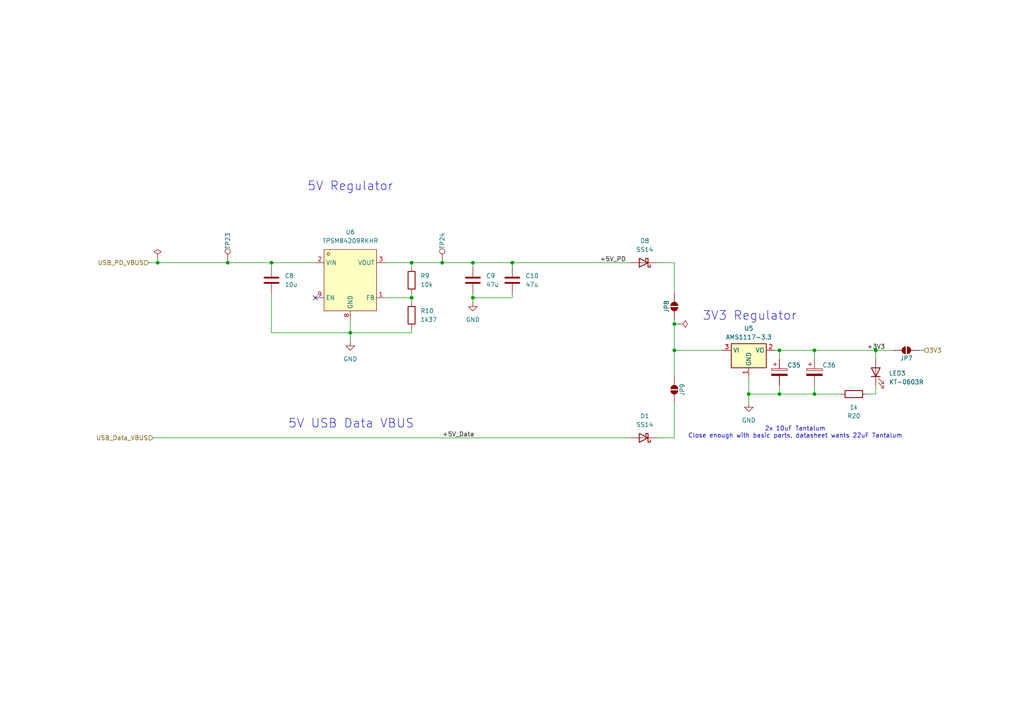
<source format=kicad_sch>
(kicad_sch (version 20250114) (generator "eeschema") (generator_version "9.0")
  (paper "A4")
  (title_block (title "FOCEars") (date "2025-12-05") (rev "A") (company "KaironSaber"))
  (lib_symbols
    (symbol "Connector:TestPoint" (pin_numbers (hide yes)) (pin_names (offset 0.762) (hide yes))
      (property "Reference" "TP" (at 0 6.858 0))
      (property "Value" "TestPoint" (at 0 5.08 0))
      (symbol "TestPoint_0_1"
        (circle (center 0 3.302) (radius 0.762))
      )
      (symbol "TestPoint_1_1"
        (pin passive line (at 0 0 90) (length 2.54) (name "1") (number "1"))
      )
    )
    (symbol "Device:C" (pin_numbers (hide yes)) (pin_names (offset 0.254))
      (property "Reference" "C" (at 0.635 2.54 0))
      (property "Value" "C" (at 0.635 -2.54 0))
      (symbol "C_0_1"
        (polyline (pts (xy -2.032 0.762) (xy 2.032 0.762)) (stroke (width 0.508)))
        (polyline (pts (xy -2.032 -0.762) (xy 2.032 -0.762)) (stroke (width 0.508)))
      )
      (symbol "C_1_1"
        (pin passive line (at 0 3.81 270) (length 2.794) (name "~") (number "1"))
        (pin passive line (at 0 -3.81 90) (length 2.794) (name "~") (number "2"))
      )
    )
    (symbol "Device:R" (pin_numbers (hide yes)) (pin_names (offset 0))
      (property "Reference" "R" (at 2.032 0 90))
      (property "Value" "R" (at 0 0 90))
      (symbol "R_0_1"
        (rectangle (start -1.016 -2.54) (end 1.016 2.54) (stroke (width 0.254)))
      )
      (symbol "R_1_1"
        (pin passive line (at 0 3.81 270) (length 1.27) (name "~") (number "1"))
        (pin passive line (at 0 -3.81 90) (length 1.27) (name "~") (number "2"))
      )
    )
    (symbol "Diode:SS14" (pin_numbers (hide yes)) (pin_names (offset 1.016) (hide yes))
      (property "Reference" "D" (at 0 2.54 0))
      (property "Value" "SS14" (at 0 -2.54 0))
      (symbol "SS14_0_1"
        (polyline (pts (xy -1.905 0.635) (xy -1.905 1.27) (xy -1.27 1.27) (xy -1.27 -1.27) (xy -0.635 -1.27) (xy -0.635 -0.635)) (stroke (width 0.254)))
        (polyline (pts (xy 1.27 1.27) (xy 1.27 -1.27) (xy -1.27 0) (xy 1.27 1.27)) (stroke (width 0.254)))
        (polyline (pts (xy 1.27 0) (xy -1.27 0)))
      )
      (symbol "SS14_1_1"
        (pin passive line (at -3.81 0 0) (length 2.54) (name "K") (number "1"))
        (pin passive line (at 3.81 0 180) (length 2.54) (name "A") (number "2"))
      )
    )
    (symbol "EasyEDA:KT-0603R" (pin_numbers (hide yes)) (pin_names (hide yes))
      (property "Reference" "LED" (at 0 5.08 0))
      (property "Value" "KT-0603R" (at 0 3.048 0))
      (symbol "KT-0603R_0_1"
        (polyline (pts (xy -3.048 -0.762) (xy -4.572 -2.286) (xy -3.81 -2.286) (xy -4.572 -2.286) (xy -4.572 -1.524)))
        (polyline (pts (xy -1.778 -0.762) (xy -3.302 -2.286) (xy -2.54 -2.286) (xy -3.302 -2.286) (xy -3.302 -1.524)))
        (polyline (pts (xy -1.27 0) (xy 1.27 0)))
        (polyline (pts (xy -1.27 -1.27) (xy -1.27 1.27)) (stroke (width 0.254)))
        (polyline (pts (xy 1.27 -1.27) (xy 1.27 1.27) (xy -1.27 0) (xy 1.27 -1.27)) (stroke (width 0.254)))
      )
      (symbol "KT-0603R_1_1"
        (pin passive line (at -3.81 0 0) (length 2.54) (name "K") (number "1"))
        (pin passive line (at 3.81 0 180) (length 2.54) (name "A") (number "2"))
      )
    )
    (symbol "EasyEDA:TAJA106K016RNJ" (pin_numbers (hide yes)) (pin_names (hide yes))
      (property "Reference" "C" (at 0 4.064 0))
      (property "Value" "TAJA106K016RNJ" (at 0 -4.064 0))
      (symbol "TAJA106K016RNJ_0_1"
        (rectangle (start -0.508 -2.286) (end -1.016 2.286) (fill (type outline)))
        (rectangle (start 0.508 2.286) (end 1.016 -2.286))
        (polyline (pts (xy 2.286 1.778) (xy 2.286 0.762)))
        (polyline (pts (xy 2.794 1.27) (xy 1.778 1.27)))
      )
      (symbol "TAJA106K016RNJ_1_1"
        (pin passive line (at -3.81 0 0) (length 2.794) (name "~") (number "2"))
        (pin passive line (at 3.81 0 180) (length 2.794) (name "~") (number "1"))
      )
    )
    (symbol "EasyEDA:TPSM84209RKHR"
      (property "Reference" "U" (at 0 12.192 0))
      (property "Value" "TPSM84209RKHR" (at 0 10.16 0))
      (symbol "TPSM84209RKHR_0_1"
        (rectangle (start -7.62 8.89) (end 7.62 -8.89) (fill (type background)))
        (circle (center -6.35 7.62) (radius 0.38))
        (pin input line (at 10.16 -5.08 180) (length 2.54) (name "FB") (number "1"))
      )
      (symbol "TPSM84209RKHR_1_1"
        (pin power_in line (at -10.16 5.08 0) (length 2.54) (name "VIN") (number "2"))
        (pin no_connect line (at -10.16 2.54 0) (length 2.54) (hide yes) (name "SW") (number "4"))
        (pin no_connect line (at -10.16 0 0) (length 2.54) (hide yes) (name "SW") (number "5"))
        (pin input line (at -10.16 -5.08 0) (length 2.54) (name "EN") (number "9"))
        (pin power_in line (at 0 -11.43 90) (length 2.54) (name "GND") (number "8"))
        (pin power_out line (at 10.16 5.08 180) (length 2.54) (name "VOUT") (number "3"))
        (pin no_connect line (at 10.16 2.54 180) (length 2.54) (hide yes) (name "DNC") (number "7"))
        (pin no_connect line (at 10.16 0 180) (length 2.54) (hide yes) (name "DNC") (number "6"))
      )
    )
    (symbol "Jumper:SolderJumper_2_Open" (pin_numbers (hide yes)) (pin_names (offset 0) (hide yes)) (in_bom no)
      (property "Reference" "JP" (at 0 2.032 0))
      (property "Value" "SolderJumper_2_Open" (at 0 -2.54 0))
      (symbol "SolderJumper_2_Open_0_1"
        (polyline (pts (xy -0.254 1.016) (xy -0.254 -1.016)))
        (arc (start -0.254 -1.016) (mid -1.2656 0) (end -0.254 1.016))
        (arc (start -0.254 -1.016) (mid -1.2656 0) (end -0.254 1.016) (fill (type outline)))
        (arc (start 0.254 1.016) (mid 1.2656 0) (end 0.254 -1.016))
        (arc (start 0.254 1.016) (mid 1.2656 0) (end 0.254 -1.016) (fill (type outline)))
        (polyline (pts (xy 0.254 1.016) (xy 0.254 -1.016)))
      )
      (symbol "SolderJumper_2_Open_1_1"
        (pin passive line (at -3.81 0 0) (length 2.54) (name "A") (number "1"))
        (pin passive line (at 3.81 0 180) (length 2.54) (name "B") (number "2"))
      )
    )
    (symbol "Regulator_Linear:AMS1117-3.3"
      (property "Reference" "U" (at -3.81 3.175 0))
      (property "Value" "AMS1117-3.3" (at 0 3.175 0))
      (symbol "AMS1117-3.3_0_1"
        (rectangle (start -5.08 -5.08) (end 5.08 1.905) (stroke (width 0.254)) (fill (type background)))
      )
      (symbol "AMS1117-3.3_1_1"
        (pin power_in line (at -7.62 0 0) (length 2.54) (name "VI") (number "3"))
        (pin power_in line (at 0 -7.62 90) (length 2.54) (name "GND") (number "1"))
        (pin power_out line (at 7.62 0 180) (length 2.54) (name "VO") (number "2"))
      )
    )
    (symbol "power:GND" (power) (pin_numbers (hide yes)) (pin_names (offset 0) (hide yes))
      (property "Value" "GND" (at 0 -3.81 0))
      (symbol "GND_0_1"
        (polyline (pts (xy 0 0) (xy 0 -1.27) (xy 1.27 -1.27) (xy 0 -2.54) (xy -1.27 -1.27) (xy 0 -1.27)))
      )
      (symbol "GND_1_1"
        (pin power_in line (at 0 0 270) (length 0) (name "~") (number "1"))
      )
    )
    (symbol "power:PWR_FLAG" (power) (pin_numbers (hide yes)) (pin_names (offset 0) (hide yes))
      (property "Value" "PWR_FLAG" (at 0 3.81 0))
      (symbol "PWR_FLAG_0_0"
        (pin power_out line (at 0 0 90) (length 0) (name "~") (number "1"))
      )
      (symbol "PWR_FLAG_0_1"
        (polyline (pts (xy 0 0) (xy 0 1.27) (xy -1.016 1.905) (xy 0 2.54) (xy 1.016 1.905) (xy 0 1.27)))
      )
    )
  )
  (text "5V USB Data VBUS" (at 101.854 122.936 0) (effects (font (size 2.54 2.54))))
  (text "2x 10uF Tantalum\nClose enough with basic parts, datasheet wants 22uF Tantalum\n" (at 230.632 125.476 0) (effects (font (size 1.27 1.27))))
  (text "3V3 Regulator" (at 217.424 91.694 0) (effects (font (size 2.54 2.54))))
  (text "5V Regulator" (at 101.6 54.102 0) (effects (font (size 2.54 2.54))))
  (junction (at 254 101.6))
  (junction (at 148.59 76.2))
  (junction (at 66.04 76.2))
  (junction (at 78.74 76.2))
  (junction (at 137.16 86.36))
  (junction (at 195.58 101.6))
  (junction (at 101.6 96.52))
  (junction (at 226.06 114.3))
  (junction (at 217.17 114.3))
  (junction (at 119.38 76.2))
  (junction (at 236.22 114.3))
  (junction (at 236.22 101.6))
  (junction (at 137.16 76.2))
  (junction (at 195.58 93.98))
  (junction (at 45.72 76.2))
  (junction (at 226.06 101.6))
  (junction (at 128.27 76.2))
  (junction (at 119.38 86.36))
  (no_connect (at 91.44 86.36))
  (wire (pts (xy 226.06 114.3) (xy 217.17 114.3)))
  (wire (pts (xy 148.59 85.09) (xy 148.59 86.36)))
  (wire (pts (xy 224.79 101.6) (xy 226.06 101.6)))
  (wire (pts (xy 78.74 96.52) (xy 101.6 96.52)))
  (wire (pts (xy 195.58 93.98) (xy 195.58 101.6)))
  (wire (pts (xy 195.58 101.6) (xy 209.55 101.6)))
  (wire (pts (xy 254 101.6) (xy 259.08 101.6)))
  (wire (pts (xy 148.59 76.2) (xy 182.88 76.2)))
  (wire (pts (xy 45.72 76.2) (xy 66.04 76.2)))
  (wire (pts (xy 111.76 76.2) (xy 119.38 76.2)))
  (wire (pts (xy 78.74 76.2) (xy 91.44 76.2)))
  (wire (pts (xy 43.18 76.2) (xy 45.72 76.2)))
  (wire (pts (xy 195.58 92.71) (xy 195.58 93.98)))
  (wire (pts (xy 111.76 86.36) (xy 119.38 86.36)))
  (wire (pts (xy 195.58 93.98) (xy 196.85 93.98)))
  (wire (pts (xy 137.16 86.36) (xy 137.16 87.63)))
  (wire (pts (xy 148.59 76.2) (xy 148.59 77.47)))
  (wire (pts (xy 119.38 76.2) (xy 119.38 77.47)))
  (wire (pts (xy 137.16 86.36) (xy 148.59 86.36)))
  (wire (pts (xy 119.38 85.09) (xy 119.38 86.36)))
  (wire (pts (xy 226.06 101.6) (xy 236.22 101.6)))
  (wire (pts (xy 195.58 101.6) (xy 195.58 109.22)))
  (wire (pts (xy 101.6 92.71) (xy 101.6 96.52)))
  (wire (pts (xy 236.22 101.6) (xy 254 101.6)))
  (wire (pts (xy 119.38 76.2) (xy 128.27 76.2)))
  (wire (pts (xy 254 101.6) (xy 254 104.14)))
  (wire (pts (xy 190.5 76.2) (xy 195.58 76.2)))
  (wire (pts (xy 195.58 116.84) (xy 195.58 127)))
  (wire (pts (xy 243.84 114.3) (xy 236.22 114.3)))
  (wire (pts (xy 266.7 101.6) (xy 267.97 101.6)))
  (wire (pts (xy 217.17 109.22) (xy 217.17 114.3)))
  (wire (pts (xy 101.6 99.06) (xy 101.6 96.52)))
  (wire (pts (xy 78.74 77.47) (xy 78.74 76.2)))
  (wire (pts (xy 190.5 127) (xy 195.58 127)))
  (wire (pts (xy 137.16 77.47) (xy 137.16 76.2)))
  (wire (pts (xy 119.38 95.25) (xy 119.38 96.52)))
  (wire (pts (xy 66.04 76.2) (xy 78.74 76.2)))
  (wire (pts (xy 236.22 101.6) (xy 236.22 104.14)))
  (wire (pts (xy 236.22 114.3) (xy 226.06 114.3)))
  (wire (pts (xy 101.6 96.52) (xy 119.38 96.52)))
  (wire (pts (xy 45.72 74.93) (xy 45.72 76.2)))
  (wire (pts (xy 128.27 76.2) (xy 137.16 76.2)))
  (wire (pts (xy 226.06 101.6) (xy 226.06 104.14)))
  (wire (pts (xy 236.22 111.76) (xy 236.22 114.3)))
  (wire (pts (xy 119.38 86.36) (xy 119.38 87.63)))
  (wire (pts (xy 254 114.3) (xy 251.46 114.3)))
  (wire (pts (xy 254 111.76) (xy 254 114.3)))
  (wire (pts (xy 195.58 76.2) (xy 195.58 85.09)))
  (wire (pts (xy 137.16 85.09) (xy 137.16 86.36)))
  (wire (pts (xy 78.74 85.09) (xy 78.74 96.52)))
  (wire (pts (xy 226.06 111.76) (xy 226.06 114.3)))
  (wire (pts (xy 44.45 127) (xy 182.88 127)))
  (wire (pts (xy 137.16 76.2) (xy 148.59 76.2)))
  (wire (pts (xy 217.17 116.84) (xy 217.17 114.3)))
  (label "+5V_Data" (at 128.27 127 0))
  (label "+3V3" (at 251.46 101.6 0))
  (label "+5V_PD" (at 173.99 76.2 0))
  (hierarchical_label "USB_PD_VBUS" (shape input) (at 43.18 76.2 180))
  (hierarchical_label "USB_Data_VBUS" (shape input) (at 44.45 127 180))
  (hierarchical_label "3V3" (shape input) (at 267.97 101.6 0))
  (symbol (lib_id "Device:R") (at 119.38 91.44 0) (unit 1)
    (property "Reference" "R10" (at 121.92 90.1699 0) (effects (justify left)))
    (property "Value" "1k37" (at 121.92 92.7099 0) (effects (justify left)))
    (property "Footprint" "Resistor_SMD:R_0402_1005Metric" (effects (hide yes)))
    (property "Datasheet" "https://jlcpcb.com/partdetail/RALEC-RTT021371FTH/C159124" (effects (hide yes)))
    (property "Description" "Resistor" (effects (hide yes)))
    (property "LCSC Part" "C159124" (effects (hide yes)))
  )
  (symbol (lib_id "Connector:TestPoint") (at 128.27 76.2 0) (unit 1)
    (property "Reference" "TP24" (at 128.27 69.85 90))
    (property "Value" "TestPoint" (effects (hide yes)))
    (property "Footprint" "TestPoint:TestPoint_Pad_D1.0mm" (effects (hide yes)))
    (property "Description" "test point" (effects (hide yes)))
  )
  (symbol (lib_id "EasyEDA:TPSM84209RKHR") (at 101.6 81.28 0) (unit 1)
    (property "Reference" "U6" (at 101.6 67.31 0))
    (property "Value" "TPSM84209RKHR" (at 101.6 69.85 0))
    (property "Footprint" "EasyEDA:QFN-9_L4.5-W4.0_TPSM84209RKHR" (effects (hide yes)))
    (property "LCSC Part" "C2878926" (effects (hide yes)))
  )
  (symbol (lib_id "EasyEDA:TAJA106K016RNJ") (at 226.06 107.95 90) (unit 1)
    (property "Reference" "C35" (at 228.346 105.918 90) (effects (justify right)))
    (property "Value" "TAJA106K016RNJ" (effects (hide yes)))
    (property "Footprint" "EasyEDA:CAP-SMD_L3.2-W1.6-RD-C7171" (effects (hide yes)))
    (property "Datasheet" "https://lcsc.com/product-detail/Tantalum-Capacitors_AVX_TAJA106K016RNJ_10uF-106-10-16V_C7171.html" (effects (hide yes)))
    (property "LCSC Part" "C7171" (effects (hide yes)))
  )
  (symbol (lib_id "Jumper:SolderJumper_2_Open") (at 195.58 113.03 270) (unit 1) (in_bom no)
    (property "Reference" "JP9" (at 197.866 113.03 0))
    (property "Value" "SolderJumper_2_Open" (effects (hide yes)))
    (property "Footprint" "Jumper:SolderJumper-2_P1.3mm_Open_TrianglePad1.0x1.5mm" (effects (hide yes)))
    (property "Description" "Solder Jumper, 2-pole, open" (effects (hide yes)))
  )
  (symbol (lib_id "Diode:SS14") (at 186.69 76.2 180) (unit 1)
    (property "Reference" "D8" (at 187.0075 69.85 0))
    (property "Value" "SS14" (at 187.0075 72.39 0))
    (property "Footprint" "Diode_SMD:D_SMA" (effects (hide yes)))
    (property "Datasheet" "https://www.vishay.com/docs/88746/ss12.pdf" (effects (hide yes)))
    (property "Description" "40V 1A Schottky Diode, SMA" (effects (hide yes)))
    (property "LCSC Part" "C2480" (effects (hide yes)))
  )
  (symbol (lib_id "Jumper:SolderJumper_2_Open") (at 262.89 101.6 180) (unit 1) (in_bom no)
    (property "Reference" "JP7" (at 262.89 103.886 0))
    (property "Value" "SolderJumper_2_Open" (effects (hide yes)))
    (property "Footprint" "Jumper:SolderJumper-2_P1.3mm_Open_TrianglePad1.0x1.5mm" (effects (hide yes)))
    (property "Description" "Solder Jumper, 2-pole, open" (effects (hide yes)))
  )
  (symbol (lib_id "Device:R") (at 247.65 114.3 90) (mirror x) (unit 1)
    (property "Reference" "R20" (at 247.65 120.65 90))
    (property "Value" "1k" (at 247.65 118.11 90))
    (property "Footprint" "Resistor_SMD:R_0402_1005Metric" (effects (hide yes)))
    (property "Datasheet" "https://jlcpcb.com/partdetail/12256-0402WGF1001TCE/C11702" (effects (hide yes)))
    (property "Description" "Resistor" (effects (hide yes)))
    (property "LCSC Part" "C11702" (effects (hide yes)))
  )
  (symbol (lib_id "Jumper:SolderJumper_2_Open") (at 195.58 88.9 90) (unit 1) (in_bom no)
    (property "Reference" "JP8" (at 193.294 88.9 0))
    (property "Value" "SolderJumper_2_Open" (effects (hide yes)))
    (property "Footprint" "Jumper:SolderJumper-2_P1.3mm_Open_TrianglePad1.0x1.5mm" (effects (hide yes)))
    (property "Description" "Solder Jumper, 2-pole, open" (effects (hide yes)))
  )
  (symbol (lib_id "EasyEDA:KT-0603R") (at 254 107.95 90) (unit 1)
    (property "Reference" "LED3" (at 257.81 108.2674 90) (effects (justify right)))
    (property "Value" "KT-0603R" (at 257.81 110.8074 90) (effects (justify right)))
    (property "Footprint" "EasyEDA:LED0603-RD" (effects (hide yes)))
    (property "Datasheet" "https://lcsc.com/product-detail/Light-Emitting-Diodes-LED_Red-LED-0603_C2286.html" (effects (hide yes)))
    (property "LCSC Part" "C2286" (effects (hide yes)))
  )
  (symbol (lib_id "power:GND") (at 101.6 99.06 0) (unit 1)
    (property "Reference" "#PWR018" (effects (hide yes)))
    (property "Value" "GND" (at 101.6 104.14 0))
    (property "Description" "Power symbol creates a global label with name \"GND\" , ground" (effects (hide yes)))
  )
  (symbol (lib_id "Device:C") (at 148.59 81.28 0) (unit 1)
    (property "Reference" "C10" (at 152.4 80.0099 0) (effects (justify left)))
    (property "Value" "47u" (at 152.4 82.5499 0) (effects (justify left)))
    (property "Footprint" "Capacitor_SMD:C_1206_3216Metric" (effects (hide yes)))
    (property "Datasheet" "https://jlcpcb.com/partdetail/97327-CL31A476MPHNNNE/C96123" (effects (hide yes)))
    (property "Description" "Unpolarized capacitor" (effects (hide yes)))
    (property "LCSC Part" "C96123" (effects (hide yes)))
  )
  (symbol (lib_id "power:GND") (at 217.17 116.84 0) (unit 1)
    (property "Reference" "#PWR016" (effects (hide yes)))
    (property "Value" "GND" (at 217.17 121.92 0))
    (property "Description" "Power symbol creates a global label with name \"GND\" , ground" (effects (hide yes)))
  )
  (symbol (lib_id "Device:C") (at 137.16 81.28 0) (unit 1)
    (property "Reference" "C9" (at 140.97 80.0099 0) (effects (justify left)))
    (property "Value" "47u" (at 140.97 82.5499 0) (effects (justify left)))
    (property "Footprint" "Capacitor_SMD:C_1206_3216Metric" (effects (hide yes)))
    (property "Datasheet" "https://jlcpcb.com/partdetail/97327-CL31A476MPHNNNE/C96123" (effects (hide yes)))
    (property "Description" "Unpolarized capacitor" (effects (hide yes)))
    (property "LCSC Part" "C96123" (effects (hide yes)))
  )
  (symbol (lib_id "power:PWR_FLAG") (at 196.85 93.98 270) (unit 1)
    (property "Reference" "#FLG05" (effects (hide yes)))
    (property "Value" "PWR_FLAG" (effects (hide yes)))
    (property "Description" "Special symbol for telling ERC where power comes from" (effects (hide yes)))
  )
  (symbol (lib_id "Regulator_Linear:AMS1117-3.3") (at 217.17 101.6 0) (unit 1)
    (property "Reference" "U5" (at 217.17 95.25 0))
    (property "Value" "AMS1117-3.3" (at 217.17 97.79 0))
    (property "Footprint" "Package_TO_SOT_SMD:SOT-223-3_TabPin2" (effects (hide yes)))
    (property "Datasheet" "http://www.advanced-monolithic.com/pdf/ds1117.pdf" (effects (hide yes)))
    (property "Description" "1A Low Dropout regulator, positive, 3.3V fixed output, SOT-223" (effects (hide yes)))
    (property "LCSC Part" "C6186" (effects (hide yes)))
  )
  (symbol (lib_id "EasyEDA:TAJA106K016RNJ") (at 236.22 107.95 90) (unit 1)
    (property "Reference" "C36" (at 238.506 105.918 90) (effects (justify right)))
    (property "Value" "TAJA106K016RNJ" (effects (hide yes)))
    (property "Footprint" "EasyEDA:CAP-SMD_L3.2-W1.6-RD-C7171" (effects (hide yes)))
    (property "Datasheet" "https://lcsc.com/product-detail/Tantalum-Capacitors_AVX_TAJA106K016RNJ_10uF-106-10-16V_C7171.html" (effects (hide yes)))
    (property "LCSC Part" "C7171" (effects (hide yes)))
  )
  (symbol (lib_id "power:PWR_FLAG") (at 45.72 74.93 0) (unit 1)
    (property "Reference" "#FLG01" (effects (hide yes)))
    (property "Value" "PWR_FLAG" (effects (hide yes)))
    (property "Description" "Special symbol for telling ERC where power comes from" (effects (hide yes)))
  )
  (symbol (lib_id "Device:R") (at 119.38 81.28 0) (unit 1)
    (property "Reference" "R9" (at 121.92 80.0099 0) (effects (justify left)))
    (property "Value" "10k" (at 121.92 82.5499 0) (effects (justify left)))
    (property "Footprint" "Resistor_SMD:R_0402_1005Metric" (effects (hide yes)))
    (property "Datasheet" "https://jlcpcb.com/partdetail/26487-0402WGF1002TCE/C25744" (effects (hide yes)))
    (property "Description" "Resistor" (effects (hide yes)))
    (property "LCSC Part" "C25744" (effects (hide yes)))
  )
  (symbol (lib_id "Diode:SS14") (at 186.69 127 180) (unit 1)
    (property "Reference" "D1" (at 187.0075 120.65 0))
    (property "Value" "SS14" (at 187.0075 123.19 0))
    (property "Footprint" "Diode_SMD:D_SMA" (effects (hide yes)))
    (property "Datasheet" "https://www.vishay.com/docs/88746/ss12.pdf" (effects (hide yes)))
    (property "Description" "40V 1A Schottky Diode, SMA" (effects (hide yes)))
    (property "LCSC Part" "C2480" (effects (hide yes)))
  )
  (symbol (lib_id "Connector:TestPoint") (at 66.04 76.2 0) (unit 1)
    (property "Reference" "TP23" (at 66.04 69.85 90))
    (property "Value" "TestPoint" (effects (hide yes)))
    (property "Footprint" "TestPoint:TestPoint_Pad_D1.0mm" (effects (hide yes)))
    (property "Description" "test point" (effects (hide yes)))
  )
  (symbol (lib_id "power:GND") (at 137.16 87.63 0) (unit 1)
    (property "Reference" "#PWR019" (effects (hide yes)))
    (property "Value" "GND" (at 137.16 92.71 0))
    (property "Description" "Power symbol creates a global label with name \"GND\" , ground" (effects (hide yes)))
  )
  (symbol (lib_id "Device:C") (at 78.74 81.28 0) (unit 1)
    (property "Reference" "C8" (at 82.55 80.0099 0) (effects (justify left)))
    (property "Value" "10u" (at 82.55 82.5499 0) (effects (justify left)))
    (property "Footprint" "Capacitor_SMD:C_1206_3216Metric" (effects (hide yes)))
    (property "Datasheet" "https://jlcpcb.com/partdetail/14236-CL31A106KBHNNNE/C13585" (effects (hide yes)))
    (property "Description" "Unpolarized capacitor" (effects (hide yes)))
    (property "LCSC Part" "C13585" (effects (hide yes)))
  )
)
</source>
